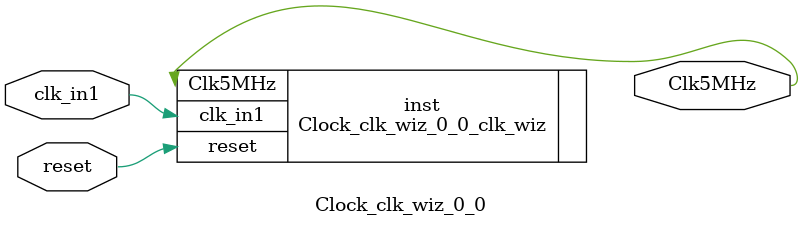
<source format=v>


`timescale 1ps/1ps

(* CORE_GENERATION_INFO = "Clock_clk_wiz_0_0,clk_wiz_v6_0_1_0_0,{component_name=Clock_clk_wiz_0_0,use_phase_alignment=true,use_min_o_jitter=false,use_max_i_jitter=false,use_dyn_phase_shift=false,use_inclk_switchover=false,use_dyn_reconfig=false,enable_axi=0,feedback_source=FDBK_AUTO,PRIMITIVE=MMCM,num_out_clk=1,clkin1_period=10.000,clkin2_period=10.000,use_power_down=false,use_reset=true,use_locked=false,use_inclk_stopped=false,feedback_type=SINGLE,CLOCK_MGR_TYPE=NA,manual_override=false}" *)

module Clock_clk_wiz_0_0 
 (
  // Clock out ports
  output        Clk5MHz,
  // Status and control signals
  input         reset,
 // Clock in ports
  input         clk_in1
 );

  Clock_clk_wiz_0_0_clk_wiz inst
  (
  // Clock out ports  
  .Clk5MHz(Clk5MHz),
  // Status and control signals               
  .reset(reset), 
 // Clock in ports
  .clk_in1(clk_in1)
  );

endmodule

</source>
